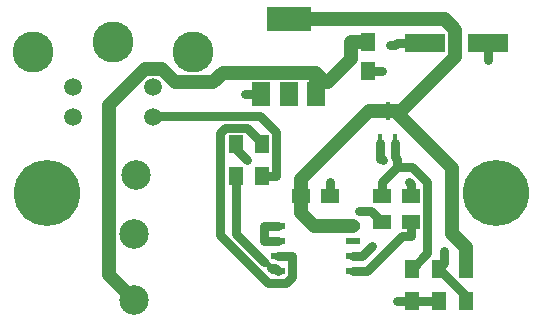
<source format=gbr>
G04 #@! TF.GenerationSoftware,KiCad,Pcbnew,(5.1.4)-1*
G04 #@! TF.CreationDate,2020-06-19T15:30:03+02:00*
G04 #@! TF.ProjectId,S-VHS ZX Spectrum Rev. C,532d5648-5320-45a5-9820-537065637472,rev?*
G04 #@! TF.SameCoordinates,Original*
G04 #@! TF.FileFunction,Copper,L1,Top*
G04 #@! TF.FilePolarity,Positive*
%FSLAX46Y46*%
G04 Gerber Fmt 4.6, Leading zero omitted, Abs format (unit mm)*
G04 Created by KiCad (PCBNEW (5.1.4)-1) date 2020-06-19 15:30:03*
%MOMM*%
%LPD*%
G04 APERTURE LIST*
%ADD10R,1.300000X1.500000*%
%ADD11R,1.500000X1.250000*%
%ADD12R,0.450000X1.500000*%
%ADD13C,5.600000*%
%ADD14R,1.250000X1.500000*%
%ADD15R,3.500000X1.600000*%
%ADD16C,1.500000*%
%ADD17C,3.465000*%
%ADD18C,2.499360*%
%ADD19R,1.500000X2.000000*%
%ADD20R,3.800000X2.000000*%
%ADD21R,1.143000X0.508000*%
%ADD22C,0.600000*%
%ADD23C,0.800000*%
%ADD24C,1.200000*%
%ADD25C,0.507800*%
G04 APERTURE END LIST*
D10*
X154940000Y-101045000D03*
X154940000Y-98345000D03*
D11*
X169779000Y-102743000D03*
X167279000Y-102743000D03*
D12*
X167767000Y-95571000D03*
X168417000Y-98231000D03*
X167117000Y-98231000D03*
D10*
X172085000Y-108886000D03*
X172085000Y-111586000D03*
D13*
X138938000Y-102489000D03*
X176950000Y-102489000D03*
D11*
X167279000Y-104902000D03*
X169779000Y-104902000D03*
D14*
X166116000Y-89682000D03*
X166116000Y-92182000D03*
D11*
X162921000Y-102743000D03*
X160421000Y-102743000D03*
D15*
X176309000Y-89789000D03*
X170909000Y-89789000D03*
D16*
X141133000Y-93535000D03*
X147933000Y-93535000D03*
X141133000Y-96035000D03*
X147933000Y-96035000D03*
D17*
X137783000Y-90535000D03*
X144533000Y-89735000D03*
X151283000Y-90535000D03*
D18*
X146431000Y-100965000D03*
X146304000Y-105918000D03*
X146304000Y-111506000D03*
D10*
X174371000Y-111586000D03*
X174371000Y-108886000D03*
X169799000Y-111586000D03*
X169799000Y-108886000D03*
X157099000Y-101045000D03*
X157099000Y-98345000D03*
D19*
X157085000Y-94082000D03*
X161685000Y-94082000D03*
X159385000Y-94082000D03*
D20*
X159385000Y-87782000D03*
D21*
X164846000Y-109093000D03*
X164846000Y-107823000D03*
X164846000Y-106553000D03*
X164846000Y-105283000D03*
X158496000Y-105283000D03*
X158496000Y-106553000D03*
X158496000Y-107823000D03*
X158496000Y-109093000D03*
D22*
X162921000Y-101517700D03*
X157324200Y-106486200D03*
X168548700Y-111586000D03*
X167341300Y-92182000D03*
X155734700Y-94082000D03*
X165314200Y-104014300D03*
X166428200Y-106979700D03*
X169611200Y-101541200D03*
X176309000Y-91189300D03*
X172543400Y-107420200D03*
X167403500Y-99648500D03*
X167955800Y-89920500D03*
X155896900Y-99695000D03*
D23*
X162921000Y-102743000D02*
X162921000Y-101517700D01*
X157324200Y-106486200D02*
X157324200Y-106553000D01*
X157324200Y-105283000D02*
X157324200Y-106486200D01*
X169799000Y-111586000D02*
X168548700Y-111586000D01*
X166116000Y-92182000D02*
X167341300Y-92182000D01*
X158496000Y-106553000D02*
X157324200Y-106553000D01*
X158496000Y-105283000D02*
X157324200Y-105283000D01*
X172085000Y-111586000D02*
X169799000Y-111586000D01*
X157085000Y-94082000D02*
X155734700Y-94082000D01*
X165314200Y-104014300D02*
X166391300Y-104014300D01*
X166391300Y-104014300D02*
X167279000Y-104902000D01*
X166017800Y-109093000D02*
X168983500Y-106127300D01*
X168983500Y-106127300D02*
X169779000Y-106127300D01*
X169779000Y-104902000D02*
X169779000Y-106127300D01*
X164846000Y-109093000D02*
X166017800Y-109093000D01*
X169779000Y-102743000D02*
X169779000Y-101709000D01*
X169779000Y-101709000D02*
X169611200Y-101541200D01*
X166428200Y-106979700D02*
X165584900Y-107823000D01*
X165584900Y-107823000D02*
X164846000Y-107823000D01*
X168536600Y-100260100D02*
X167279000Y-101517700D01*
X168417000Y-99461700D02*
X168536600Y-99581300D01*
X168536600Y-99581300D02*
X168536600Y-100260100D01*
X169799000Y-108886000D02*
X171142500Y-107542500D01*
X171142500Y-107542500D02*
X171142500Y-101584700D01*
X171142500Y-101584700D02*
X169817900Y-100260100D01*
X169817900Y-100260100D02*
X168536600Y-100260100D01*
X167279000Y-102743000D02*
X167279000Y-101517700D01*
X168417000Y-98231000D02*
X168417000Y-99461700D01*
D24*
X160421000Y-102743000D02*
X160421000Y-104168300D01*
X164846000Y-105283000D02*
X161535700Y-105283000D01*
X161535700Y-105283000D02*
X160421000Y-104168300D01*
X160421000Y-102743000D02*
X160421000Y-101317700D01*
X167767000Y-95571000D02*
X166167700Y-95571000D01*
X166167700Y-95571000D02*
X160421000Y-101317700D01*
X168647600Y-95758600D02*
X168460000Y-95571000D01*
X168460000Y-95571000D02*
X167767000Y-95571000D01*
X168647600Y-95758600D02*
X173262300Y-100373300D01*
X173262300Y-100373300D02*
X173262300Y-105927600D01*
X173262300Y-105927600D02*
X174371000Y-107036300D01*
X174371000Y-107036300D02*
X174371000Y-108886000D01*
X168647600Y-95758600D02*
X173461000Y-90945200D01*
X173461000Y-90945200D02*
X173461000Y-88651000D01*
X173461000Y-88651000D02*
X172592000Y-87782000D01*
X172592000Y-87782000D02*
X159385000Y-87782000D01*
D23*
X176309000Y-89789000D02*
X176309000Y-91189300D01*
X172085000Y-108886000D02*
X172543400Y-108427600D01*
X172543400Y-108427600D02*
X172543400Y-107420200D01*
X174371000Y-111586000D02*
X174371000Y-111172000D01*
X174371000Y-111172000D02*
X172085000Y-108886000D01*
X167117000Y-98231000D02*
X167117000Y-99581300D01*
X167403500Y-99648500D02*
X167336300Y-99581300D01*
X167336300Y-99581300D02*
X167117000Y-99581300D01*
X168558700Y-89789000D02*
X168427200Y-89920500D01*
X168427200Y-89920500D02*
X167955800Y-89920500D01*
X170909000Y-89789000D02*
X168558700Y-89789000D01*
X155896900Y-99695000D02*
X154940000Y-98738100D01*
X154940000Y-98738100D02*
X154940000Y-98345000D01*
X157099000Y-101045000D02*
X158349300Y-101045000D01*
X158349300Y-101045000D02*
X158349300Y-97319300D01*
X158349300Y-97319300D02*
X157001700Y-95971700D01*
X157001700Y-95971700D02*
X147996300Y-95971700D01*
X147996300Y-95971700D02*
X147933000Y-96035000D01*
D24*
X166116000Y-89682000D02*
X164690700Y-89682000D01*
X164690700Y-89682000D02*
X164690700Y-91100500D01*
X164690700Y-91100500D02*
X162715700Y-93075500D01*
X162715700Y-93075500D02*
X162715700Y-93075600D01*
X162715700Y-93075600D02*
X162478900Y-93075600D01*
X162478900Y-93075600D02*
X161685000Y-92281700D01*
X161685000Y-94082000D02*
X161685000Y-92281700D01*
X146304000Y-111506000D02*
X144209200Y-109411200D01*
X144209200Y-109411200D02*
X144209200Y-94993300D01*
X144209200Y-94993300D02*
X147225300Y-91977200D01*
X147225300Y-91977200D02*
X148658100Y-91977200D01*
X148658100Y-91977200D02*
X149760900Y-93080000D01*
X149760900Y-93080000D02*
X153017500Y-93080000D01*
X153017500Y-93080000D02*
X153815800Y-92281700D01*
X153815800Y-92281700D02*
X161685000Y-92281700D01*
D23*
X157938900Y-108823400D02*
X158226400Y-108823400D01*
X158226400Y-108823400D02*
X158496000Y-109093000D01*
D25*
X157324000Y-108345700D02*
X157461200Y-108345700D01*
X157461200Y-108345700D02*
X157938900Y-108823400D01*
D23*
X154940000Y-101045000D02*
X154940000Y-105961700D01*
X154940000Y-105961700D02*
X157324000Y-108345700D01*
X158496000Y-107823000D02*
X159667800Y-107823000D01*
X159667800Y-107823000D02*
X159667800Y-109626300D01*
X159667800Y-109626300D02*
X159174600Y-110119500D01*
X159174600Y-110119500D02*
X157655100Y-110119500D01*
X157655100Y-110119500D02*
X153599300Y-106063700D01*
X153599300Y-106063700D02*
X153599300Y-97375600D01*
X153599300Y-97375600D02*
X153980300Y-96994600D01*
X153980300Y-96994600D02*
X155859000Y-96994600D01*
X155859000Y-96994600D02*
X157099000Y-98234600D01*
X157099000Y-98234600D02*
X157099000Y-98345000D01*
M02*

</source>
